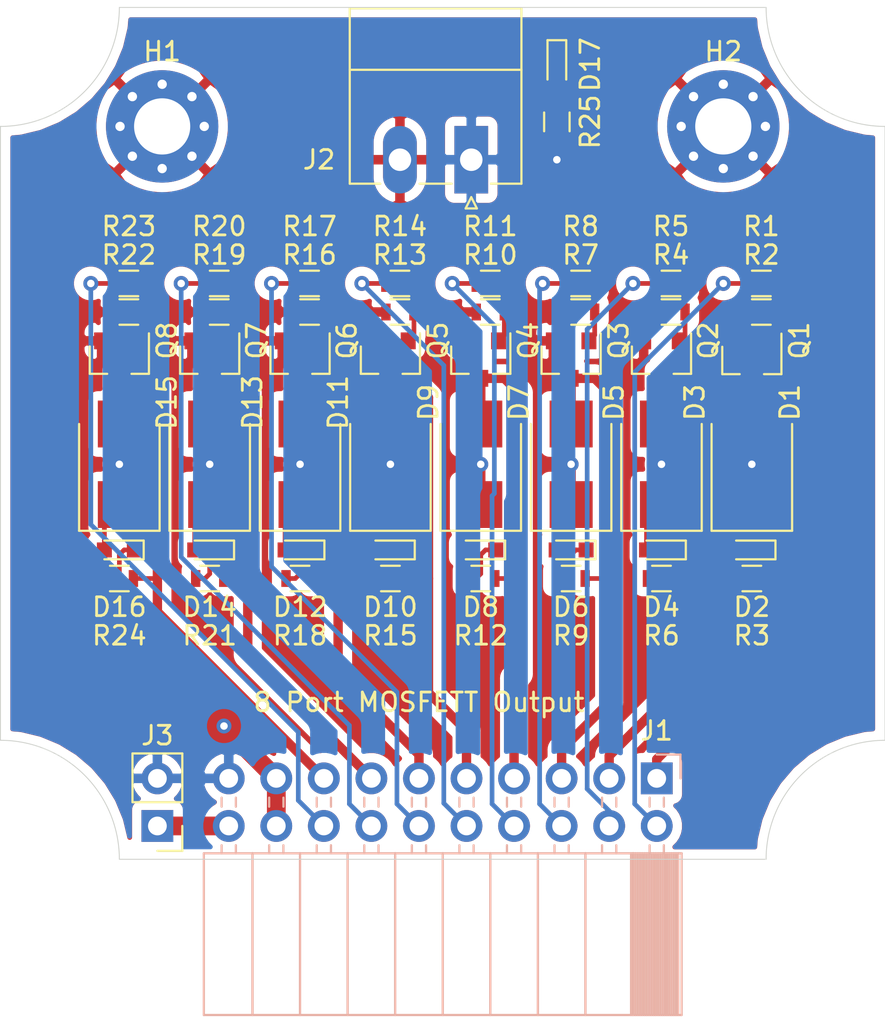
<source format=kicad_pcb>
(kicad_pcb (version 20171130) (host pcbnew "(5.1.6)-1")
  (layers (0 F.Cu signal) (31 B.Cu signal) (34 B.Paste user) (35 F.Paste user) (36 B.SilkS user) (37 F.SilkS user) (38 B.Mask user) (39 F.Mask user) (44 Edge.Cuts user))
  (net 0 "")
  (net 1 VCC)
  (net 2 /Output1)
  (net 3 "Net-(D2-Pad1)")
  (net 4 /Output2)
  (net 5 "Net-(D4-Pad1)")
  (net 6 /Output3)
  (net 7 "Net-(D6-Pad1)")
  (net 8 /Output4)
  (net 9 "Net-(D8-Pad1)")
  (net 10 /Output5)
  (net 11 "Net-(D10-Pad1)")
  (net 12 /Output6)
  (net 13 "Net-(D12-Pad1)")
  (net 14 /Output7)
  (net 15 "Net-(D14-Pad1)")
  (net 16 /Output8)
  (net 17 "Net-(D16-Pad1)")
  (net 18 "Net-(D17-Pad2)")
  (net 19 GND)
  (net 20 /Input8)
  (net 21 /Input7)
  (net 22 /Input6)
  (net 23 /Input5)
  (net 24 /Input4)
  (net 25 /Input3)
  (net 26 /Input2)
  (net 27 /Input1)
  (net 28 VBUS)
  (net 29 "Net-(Q1-Pad1)")
  (net 30 "Net-(Q2-Pad1)")
  (net 31 "Net-(Q3-Pad1)")
  (net 32 "Net-(Q4-Pad1)")
  (net 33 "Net-(Q5-Pad1)")
  (net 34 "Net-(Q6-Pad1)")
  (net 35 "Net-(Q7-Pad1)")
  (net 36 "Net-(Q8-Pad1)")
  (module Socket_Strips:Socket_Strip_Angled_2x10_Pitch2.54mm (layer B.Cu) (at 146.304 131.064 90)
    (fp_text reference J1 (at 2.54 0) (layer F.SilkS))
    (fp_text value Conn_02x10_Counter_Clockwise)
    (pad 1 thru_hole rect (at 0 0 90) (size 1.7 1.7) (drill 1) (layers *.Cu *.Mask) (net 2 /Output1))
    (pad 2 thru_hole oval (at -2.54 0 90) (size 1.7 1.7) (drill 1) (layers *.Cu *.Mask) (net 27 /Input1))
    (pad 3 thru_hole oval (at 0 -2.54 90) (size 1.7 1.7) (drill 1) (layers *.Cu *.Mask) (net 4 /Output2))
    (pad 4 thru_hole oval (at -2.54 -2.54 90) (size 1.7 1.7) (drill 1) (layers *.Cu *.Mask) (net 26 /Input2))
    (pad 5 thru_hole oval (at 0 -5.08 90) (size 1.7 1.7) (drill 1) (layers *.Cu *.Mask) (net 6 /Output3))
    (pad 6 thru_hole oval (at -2.54 -5.08 90) (size 1.7 1.7) (drill 1) (layers *.Cu *.Mask) (net 25 /Input3))
    (pad 7 thru_hole oval (at 0 -7.62 90) (size 1.7 1.7) (drill 1) (layers *.Cu *.Mask) (net 8 /Output4))
    (pad 8 thru_hole oval (at -2.54 -7.62 90) (size 1.7 1.7) (drill 1) (layers *.Cu *.Mask) (net 24 /Input4))
    (pad 9 thru_hole oval (at 0 -10.16 90) (size 1.7 1.7) (drill 1) (layers *.Cu *.Mask) (net 10 /Output5))
    (pad 10 thru_hole oval (at -2.54 -10.16 90) (size 1.7 1.7) (drill 1) (layers *.Cu *.Mask) (net 23 /Input5))
    (pad 11 thru_hole oval (at 0 -12.7 90) (size 1.7 1.7) (drill 1) (layers *.Cu *.Mask) (net 12 /Output6))
    (pad 12 thru_hole oval (at -2.54 -12.7 90) (size 1.7 1.7) (drill 1) (layers *.Cu *.Mask) (net 22 /Input6))
    (pad 13 thru_hole oval (at 0 -15.24 90) (size 1.7 1.7) (drill 1) (layers *.Cu *.Mask) (net 14 /Output7))
    (pad 14 thru_hole oval (at -2.54 -15.24 90) (size 1.7 1.7) (drill 1) (layers *.Cu *.Mask) (net 21 /Input7))
    (pad 15 thru_hole oval (at 0 -17.78 90) (size 1.7 1.7) (drill 1) (layers *.Cu *.Mask) (net 16 /Output8))
    (pad 16 thru_hole oval (at -2.54 -17.78 90) (size 1.7 1.7) (drill 1) (layers *.Cu *.Mask) (net 20 /Input8))
    (pad 17 thru_hole oval (at 0 -20.32 90) (size 1.7 1.7) (drill 1) (layers *.Cu *.Mask) (net 19 GND))
    (pad 18 thru_hole oval (at -2.54 -20.32 90) (size 1.7 1.7) (drill 1) (layers *.Cu *.Mask) (net 19 GND))
    (pad 19 thru_hole oval (at 0 -22.86 90) (size 1.7 1.7) (drill 1) (layers *.Cu *.Mask) (net 1 VCC))
    (pad 20 thru_hole oval (at -2.54 -22.86 90) (size 1.7 1.7) (drill 1) (layers *.Cu *.Mask) (net 28 VBUS))
  )
  (module Mounting_Holes:MountingHole_3mm_Pad_Via (layer F.Cu) (at 149.86 96.266)
    (fp_text reference H2 (at 0 -4) (layer F.SilkS))
    (fp_text value MountingHole_Pad)
    (pad 1 thru_hole circle (at 0 0) (size 6 6) (drill 3) (layers *.Cu *.Mask) (net 19 GND))
    (pad 1 thru_hole circle (at 2.25 0) (size 0.8 0.8) (drill 0.5) (layers *.Cu *.Mask) (net 19 GND))
    (pad 1 thru_hole circle (at 1.59099 1.59099) (size 0.8 0.8) (drill 0.5) (layers *.Cu *.Mask) (net 19 GND))
    (pad 1 thru_hole circle (at 0 2.25) (size 0.8 0.8) (drill 0.5) (layers *.Cu *.Mask) (net 19 GND))
    (pad 1 thru_hole circle (at -1.59099 1.59099) (size 0.8 0.8) (drill 0.5) (layers *.Cu *.Mask) (net 19 GND))
    (pad 1 thru_hole circle (at -2.25 0) (size 0.8 0.8) (drill 0.5) (layers *.Cu *.Mask) (net 19 GND))
    (pad 1 thru_hole circle (at -1.59099 -1.59099) (size 0.8 0.8) (drill 0.5) (layers *.Cu *.Mask) (net 19 GND))
    (pad 1 thru_hole circle (at 0 -2.25) (size 0.8 0.8) (drill 0.5) (layers *.Cu *.Mask) (net 19 GND))
    (pad 1 thru_hole circle (at 1.59099 -1.59099) (size 0.8 0.8) (drill 0.5) (layers *.Cu *.Mask) (net 19 GND))
  )
  (module Mounting_Holes:MountingHole_3mm_Pad_Via (layer F.Cu) (at 119.888 96.266)
    (fp_text reference H1 (at 0 -4) (layer F.SilkS))
    (fp_text value MountingHole_Pad)
    (pad 1 thru_hole circle (at 0 0) (size 6 6) (drill 3) (layers *.Cu *.Mask) (net 19 GND))
    (pad 1 thru_hole circle (at 2.25 0) (size 0.8 0.8) (drill 0.5) (layers *.Cu *.Mask) (net 19 GND))
    (pad 1 thru_hole circle (at 1.59099 1.59099) (size 0.8 0.8) (drill 0.5) (layers *.Cu *.Mask) (net 19 GND))
    (pad 1 thru_hole circle (at 0 2.25) (size 0.8 0.8) (drill 0.5) (layers *.Cu *.Mask) (net 19 GND))
    (pad 1 thru_hole circle (at -1.59099 1.59099) (size 0.8 0.8) (drill 0.5) (layers *.Cu *.Mask) (net 19 GND))
    (pad 1 thru_hole circle (at -2.25 0) (size 0.8 0.8) (drill 0.5) (layers *.Cu *.Mask) (net 19 GND))
    (pad 1 thru_hole circle (at -1.59099 -1.59099) (size 0.8 0.8) (drill 0.5) (layers *.Cu *.Mask) (net 19 GND))
    (pad 1 thru_hole circle (at 0 -2.25) (size 0.8 0.8) (drill 0.5) (layers *.Cu *.Mask) (net 19 GND))
    (pad 1 thru_hole circle (at 1.59099 -1.59099) (size 0.8 0.8) (drill 0.5) (layers *.Cu *.Mask) (net 19 GND))
  )
  (module TO_SOT_Packages_SMD:SOT-23 (layer F.Cu) (at 122.428 108.712 270)
    (fp_text reference Q7 (at -1.016 -2.5 90) (layer F.SilkS))
    (fp_text value 2N7002)
    (pad 1 smd rect (at -1 -0.95 270) (size 0.9 0.8) (layers F.Cu F.Paste F.Mask) (net 35 "Net-(Q7-Pad1)"))
    (pad 2 smd rect (at -1 0.95 270) (size 0.9 0.8) (layers F.Cu F.Paste F.Mask) (net 19 GND))
    (pad 3 smd rect (at 1 0 270) (size 0.9 0.8) (layers F.Cu F.Paste F.Mask) (net 14 /Output7))
  )
  (module Diodes_SMD:D_SMB (layer F.Cu) (at 117.602 114.3 90)
    (fp_text reference D15 (at 3.302 2.54 90) (layer F.SilkS))
    (fp_text value 1N4004)
    (pad 1 smd rect (at -2.15 0 90) (size 2.5 2.3) (layers F.Cu F.Paste F.Mask) (net 1 VCC))
    (pad 2 smd rect (at 2.15 0 90) (size 2.5 2.3) (layers F.Cu F.Paste F.Mask) (net 16 /Output8))
  )
  (module Diodes_SMD:D_SMB (layer F.Cu) (at 122.428 114.3 90)
    (fp_text reference D13 (at 3.302 2.286 90) (layer F.SilkS))
    (fp_text value 1N4004)
    (pad 1 smd rect (at -2.15 0 90) (size 2.5 2.3) (layers F.Cu F.Paste F.Mask) (net 1 VCC))
    (pad 2 smd rect (at 2.15 0 90) (size 2.5 2.3) (layers F.Cu F.Paste F.Mask) (net 14 /Output7))
  )
  (module Diodes_SMD:D_SMB (layer F.Cu) (at 127.254 114.3 90)
    (fp_text reference D11 (at 3.302 2.032 90) (layer F.SilkS))
    (fp_text value 1N4004)
    (pad 1 smd rect (at -2.15 0 90) (size 2.5 2.3) (layers F.Cu F.Paste F.Mask) (net 1 VCC))
    (pad 2 smd rect (at 2.15 0 90) (size 2.5 2.3) (layers F.Cu F.Paste F.Mask) (net 12 /Output6))
  )
  (module Diodes_SMD:D_SMB (layer F.Cu) (at 132.08 114.3 90)
    (fp_text reference D9 (at 3.302 2.032 90) (layer F.SilkS))
    (fp_text value 1N4004)
    (pad 1 smd rect (at -2.15 0 90) (size 2.5 2.3) (layers F.Cu F.Paste F.Mask) (net 1 VCC))
    (pad 2 smd rect (at 2.15 0 90) (size 2.5 2.3) (layers F.Cu F.Paste F.Mask) (net 10 /Output5))
  )
  (module Diodes_SMD:D_SMB (layer F.Cu) (at 136.906 114.3 90)
    (fp_text reference D7 (at 3.302 2.032 90) (layer F.SilkS))
    (fp_text value 1N4004)
    (pad 1 smd rect (at -2.15 0 90) (size 2.5 2.3) (layers F.Cu F.Paste F.Mask) (net 1 VCC))
    (pad 2 smd rect (at 2.15 0 90) (size 2.5 2.3) (layers F.Cu F.Paste F.Mask) (net 8 /Output4))
  )
  (module Diodes_SMD:D_SMB (layer F.Cu) (at 141.732 114.3 90)
    (fp_text reference D5 (at 3.302 2.286 90) (layer F.SilkS))
    (fp_text value 1N4004)
    (pad 1 smd rect (at -2.15 0 90) (size 2.5 2.3) (layers F.Cu F.Paste F.Mask) (net 1 VCC))
    (pad 2 smd rect (at 2.15 0 90) (size 2.5 2.3) (layers F.Cu F.Paste F.Mask) (net 6 /Output3))
  )
  (module Diodes_SMD:D_SMB (layer F.Cu) (at 146.558 114.3 90)
    (fp_text reference D3 (at 3.302 1.778 90) (layer F.SilkS))
    (fp_text value 1N4004)
    (pad 1 smd rect (at -2.15 0 90) (size 2.5 2.3) (layers F.Cu F.Paste F.Mask) (net 1 VCC))
    (pad 2 smd rect (at 2.15 0 90) (size 2.5 2.3) (layers F.Cu F.Paste F.Mask) (net 4 /Output2))
  )
  (module Diodes_SMD:D_SMB (layer F.Cu) (at 151.384 114.3 90)
    (fp_text reference D1 (at 3.302 2.032 90) (layer F.SilkS))
    (fp_text value 1N4004)
    (pad 1 smd rect (at -2.15 0 90) (size 2.5 2.3) (layers F.Cu F.Paste F.Mask) (net 1 VCC))
    (pad 2 smd rect (at 2.15 0 90) (size 2.5 2.3) (layers F.Cu F.Paste F.Mask) (net 2 /Output1))
  )
  (module Resistors_SMD:R_0603 (layer F.Cu) (at 140.97 96.024 270)
    (fp_text reference R25 (at 0 -1.778 90) (layer F.SilkS))
    (fp_text value 2K2)
    (pad 1 smd rect (at -0.75 0 270) (size 0.5 0.9) (layers F.Cu F.Paste F.Mask) (net 18 "Net-(D17-Pad2)"))
    (pad 2 smd rect (at 0.75 0 270) (size 0.5 0.9) (layers F.Cu F.Paste F.Mask) (net 1 VCC))
  )
  (module Resistors_SMD:R_0603 (layer F.Cu) (at 117.602 120.396 180)
    (fp_text reference R24 (at 0 -3.048) (layer F.SilkS))
    (fp_text value 1K)
    (pad 1 smd rect (at -0.75 0 180) (size 0.5 0.9) (layers F.Cu F.Paste F.Mask) (net 16 /Output8))
    (pad 2 smd rect (at 0.75 0 180) (size 0.5 0.9) (layers F.Cu F.Paste F.Mask) (net 17 "Net-(D16-Pad1)"))
  )
  (module Resistors_SMD:R_0603 (layer F.Cu) (at 118.11 106.172)
    (fp_text reference R23 (at 0 -4.572) (layer F.SilkS))
    (fp_text value 10K)
    (pad 1 smd rect (at -0.75 0) (size 0.5 0.9) (layers F.Cu F.Paste F.Mask) (net 19 GND))
    (pad 2 smd rect (at 0.75 0) (size 0.5 0.9) (layers F.Cu F.Paste F.Mask) (net 36 "Net-(Q8-Pad1)"))
  )
  (module Resistors_SMD:R_0603 (layer F.Cu) (at 118.11 104.648 180)
    (fp_text reference R22 (at 0 1.524) (layer F.SilkS))
    (fp_text value 1K)
    (pad 1 smd rect (at -0.75 0 180) (size 0.5 0.9) (layers F.Cu F.Paste F.Mask) (net 36 "Net-(Q8-Pad1)"))
    (pad 2 smd rect (at 0.75 0 180) (size 0.5 0.9) (layers F.Cu F.Paste F.Mask) (net 20 /Input8))
  )
  (module Resistors_SMD:R_0603 (layer F.Cu) (at 122.428 120.396 180)
    (fp_text reference R21 (at 0 -3.048) (layer F.SilkS))
    (fp_text value 1K)
    (pad 1 smd rect (at -0.75 0 180) (size 0.5 0.9) (layers F.Cu F.Paste F.Mask) (net 14 /Output7))
    (pad 2 smd rect (at 0.75 0 180) (size 0.5 0.9) (layers F.Cu F.Paste F.Mask) (net 15 "Net-(D14-Pad1)"))
  )
  (module Resistors_SMD:R_0603 (layer F.Cu) (at 122.936 106.172)
    (fp_text reference R20 (at 0 -4.572) (layer F.SilkS))
    (fp_text value 10K)
    (pad 1 smd rect (at -0.75 0) (size 0.5 0.9) (layers F.Cu F.Paste F.Mask) (net 19 GND))
    (pad 2 smd rect (at 0.75 0) (size 0.5 0.9) (layers F.Cu F.Paste F.Mask) (net 35 "Net-(Q7-Pad1)"))
  )
  (module Resistors_SMD:R_0603 (layer F.Cu) (at 122.936 104.648 180)
    (fp_text reference R19 (at 0 1.524) (layer F.SilkS))
    (fp_text value 1K)
    (pad 1 smd rect (at -0.75 0 180) (size 0.5 0.9) (layers F.Cu F.Paste F.Mask) (net 35 "Net-(Q7-Pad1)"))
    (pad 2 smd rect (at 0.75 0 180) (size 0.5 0.9) (layers F.Cu F.Paste F.Mask) (net 21 /Input7))
  )
  (module Resistors_SMD:R_0603 (layer F.Cu) (at 127.254 120.396 180)
    (fp_text reference R18 (at 0 -3.048) (layer F.SilkS))
    (fp_text value 1K)
    (pad 1 smd rect (at -0.75 0 180) (size 0.5 0.9) (layers F.Cu F.Paste F.Mask) (net 12 /Output6))
    (pad 2 smd rect (at 0.75 0 180) (size 0.5 0.9) (layers F.Cu F.Paste F.Mask) (net 13 "Net-(D12-Pad1)"))
  )
  (module Resistors_SMD:R_0603 (layer F.Cu) (at 127.762 106.172)
    (fp_text reference R17 (at 0 -4.572) (layer F.SilkS))
    (fp_text value 10K)
    (pad 1 smd rect (at -0.75 0) (size 0.5 0.9) (layers F.Cu F.Paste F.Mask) (net 19 GND))
    (pad 2 smd rect (at 0.75 0) (size 0.5 0.9) (layers F.Cu F.Paste F.Mask) (net 34 "Net-(Q6-Pad1)"))
  )
  (module Resistors_SMD:R_0603 (layer F.Cu) (at 127.762 104.648 180)
    (fp_text reference R16 (at 0 1.524) (layer F.SilkS))
    (fp_text value 1K)
    (pad 1 smd rect (at -0.75 0 180) (size 0.5 0.9) (layers F.Cu F.Paste F.Mask) (net 34 "Net-(Q6-Pad1)"))
    (pad 2 smd rect (at 0.75 0 180) (size 0.5 0.9) (layers F.Cu F.Paste F.Mask) (net 22 /Input6))
  )
  (module Resistors_SMD:R_0603 (layer F.Cu) (at 132.08 120.396 180)
    (fp_text reference R15 (at 0 -3.048) (layer F.SilkS))
    (fp_text value 1K)
    (pad 1 smd rect (at -0.75 0 180) (size 0.5 0.9) (layers F.Cu F.Paste F.Mask) (net 10 /Output5))
    (pad 2 smd rect (at 0.75 0 180) (size 0.5 0.9) (layers F.Cu F.Paste F.Mask) (net 11 "Net-(D10-Pad1)"))
  )
  (module Resistors_SMD:R_0603 (layer F.Cu) (at 132.588 106.172)
    (fp_text reference R14 (at 0 -4.572) (layer F.SilkS))
    (fp_text value 10K)
    (pad 1 smd rect (at -0.75 0) (size 0.5 0.9) (layers F.Cu F.Paste F.Mask) (net 19 GND))
    (pad 2 smd rect (at 0.75 0) (size 0.5 0.9) (layers F.Cu F.Paste F.Mask) (net 33 "Net-(Q5-Pad1)"))
  )
  (module Resistors_SMD:R_0603 (layer F.Cu) (at 132.588 104.648 180)
    (fp_text reference R13 (at 0 1.524) (layer F.SilkS))
    (fp_text value 1K)
    (pad 1 smd rect (at -0.75 0 180) (size 0.5 0.9) (layers F.Cu F.Paste F.Mask) (net 33 "Net-(Q5-Pad1)"))
    (pad 2 smd rect (at 0.75 0 180) (size 0.5 0.9) (layers F.Cu F.Paste F.Mask) (net 23 /Input5))
  )
  (module Resistors_SMD:R_0603 (layer F.Cu) (at 136.906 120.396 180)
    (fp_text reference R12 (at 0 -3.048 180) (layer F.SilkS))
    (fp_text value 1K)
    (pad 1 smd rect (at -0.75 0 180) (size 0.5 0.9) (layers F.Cu F.Paste F.Mask) (net 8 /Output4))
    (pad 2 smd rect (at 0.75 0 180) (size 0.5 0.9) (layers F.Cu F.Paste F.Mask) (net 9 "Net-(D8-Pad1)"))
  )
  (module Resistors_SMD:R_0603 (layer F.Cu) (at 137.414 106.172)
    (fp_text reference R11 (at 0 -4.572) (layer F.SilkS))
    (fp_text value 10K)
    (pad 1 smd rect (at -0.75 0) (size 0.5 0.9) (layers F.Cu F.Paste F.Mask) (net 19 GND))
    (pad 2 smd rect (at 0.75 0) (size 0.5 0.9) (layers F.Cu F.Paste F.Mask) (net 32 "Net-(Q4-Pad1)"))
  )
  (module Resistors_SMD:R_0603 (layer F.Cu) (at 137.414 104.648 180)
    (fp_text reference R10 (at 0 1.524) (layer F.SilkS))
    (fp_text value 1K)
    (pad 1 smd rect (at -0.75 0 180) (size 0.5 0.9) (layers F.Cu F.Paste F.Mask) (net 32 "Net-(Q4-Pad1)"))
    (pad 2 smd rect (at 0.75 0 180) (size 0.5 0.9) (layers F.Cu F.Paste F.Mask) (net 24 /Input4))
  )
  (module Resistors_SMD:R_0603 (layer F.Cu) (at 141.732 120.396 180)
    (fp_text reference R9 (at 0 -3.048) (layer F.SilkS))
    (fp_text value 1K)
    (pad 1 smd rect (at -0.75 0 180) (size 0.5 0.9) (layers F.Cu F.Paste F.Mask) (net 6 /Output3))
    (pad 2 smd rect (at 0.75 0 180) (size 0.5 0.9) (layers F.Cu F.Paste F.Mask) (net 7 "Net-(D6-Pad1)"))
  )
  (module Resistors_SMD:R_0603 (layer F.Cu) (at 142.24 106.172)
    (fp_text reference R8 (at 0 -4.572) (layer F.SilkS))
    (fp_text value 10K)
    (pad 1 smd rect (at -0.75 0) (size 0.5 0.9) (layers F.Cu F.Paste F.Mask) (net 19 GND))
    (pad 2 smd rect (at 0.75 0) (size 0.5 0.9) (layers F.Cu F.Paste F.Mask) (net 31 "Net-(Q3-Pad1)"))
  )
  (module Resistors_SMD:R_0603 (layer F.Cu) (at 142.24 104.648 180)
    (fp_text reference R7 (at 0 1.524) (layer F.SilkS))
    (fp_text value 1K)
    (pad 1 smd rect (at -0.75 0 180) (size 0.5 0.9) (layers F.Cu F.Paste F.Mask) (net 31 "Net-(Q3-Pad1)"))
    (pad 2 smd rect (at 0.75 0 180) (size 0.5 0.9) (layers F.Cu F.Paste F.Mask) (net 25 /Input3))
  )
  (module Resistors_SMD:R_0603 (layer F.Cu) (at 146.558 120.396 180)
    (fp_text reference R6 (at 0 -3.048) (layer F.SilkS))
    (fp_text value 1K)
    (pad 1 smd rect (at -0.75 0 180) (size 0.5 0.9) (layers F.Cu F.Paste F.Mask) (net 4 /Output2))
    (pad 2 smd rect (at 0.75 0 180) (size 0.5 0.9) (layers F.Cu F.Paste F.Mask) (net 5 "Net-(D4-Pad1)"))
  )
  (module Resistors_SMD:R_0603 (layer F.Cu) (at 147.066 106.172)
    (fp_text reference R5 (at 0 -4.572) (layer F.SilkS))
    (fp_text value 10K)
    (pad 1 smd rect (at -0.75 0) (size 0.5 0.9) (layers F.Cu F.Paste F.Mask) (net 19 GND))
    (pad 2 smd rect (at 0.75 0) (size 0.5 0.9) (layers F.Cu F.Paste F.Mask) (net 30 "Net-(Q2-Pad1)"))
  )
  (module Resistors_SMD:R_0603 (layer F.Cu) (at 147.066 104.648 180)
    (fp_text reference R4 (at 0 1.524) (layer F.SilkS))
    (fp_text value 1K)
    (pad 1 smd rect (at -0.75 0 180) (size 0.5 0.9) (layers F.Cu F.Paste F.Mask) (net 30 "Net-(Q2-Pad1)"))
    (pad 2 smd rect (at 0.75 0 180) (size 0.5 0.9) (layers F.Cu F.Paste F.Mask) (net 26 /Input2))
  )
  (module Resistors_SMD:R_0603 (layer F.Cu) (at 151.384 120.396 180)
    (fp_text reference R3 (at 0 -3.048) (layer F.SilkS))
    (fp_text value 1K)
    (pad 1 smd rect (at -0.75 0 180) (size 0.5 0.9) (layers F.Cu F.Paste F.Mask) (net 2 /Output1))
    (pad 2 smd rect (at 0.75 0 180) (size 0.5 0.9) (layers F.Cu F.Paste F.Mask) (net 3 "Net-(D2-Pad1)"))
  )
  (module Resistors_SMD:R_0603 (layer F.Cu) (at 151.892 106.172)
    (fp_text reference R2 (at 0 -3.048) (layer F.SilkS))
    (fp_text value 10K)
    (pad 1 smd rect (at -0.75 0) (size 0.5 0.9) (layers F.Cu F.Paste F.Mask) (net 19 GND))
    (pad 2 smd rect (at 0.75 0) (size 0.5 0.9) (layers F.Cu F.Paste F.Mask) (net 29 "Net-(Q1-Pad1)"))
  )
  (module Resistors_SMD:R_0603 (layer F.Cu) (at 151.892 104.648 180)
    (fp_text reference R1 (at 0 3.048) (layer F.SilkS))
    (fp_text value 1K)
    (pad 1 smd rect (at -0.75 0 180) (size 0.5 0.9) (layers F.Cu F.Paste F.Mask) (net 29 "Net-(Q1-Pad1)"))
    (pad 2 smd rect (at 0.75 0 180) (size 0.5 0.9) (layers F.Cu F.Paste F.Mask) (net 27 /Input1))
  )
  (module TO_SOT_Packages_SMD:SOT-23 (layer F.Cu) (at 117.602 108.712 270)
    (fp_text reference Q8 (at -1.016 -2.54 90) (layer F.SilkS))
    (fp_text value 2N7002)
    (pad 1 smd rect (at -1 -0.95 270) (size 0.9 0.8) (layers F.Cu F.Paste F.Mask) (net 36 "Net-(Q8-Pad1)"))
    (pad 2 smd rect (at -1 0.95 270) (size 0.9 0.8) (layers F.Cu F.Paste F.Mask) (net 19 GND))
    (pad 3 smd rect (at 1 0 270) (size 0.9 0.8) (layers F.Cu F.Paste F.Mask) (net 16 /Output8))
  )
  (module TO_SOT_Packages_SMD:SOT-23 (layer F.Cu) (at 127.254 108.712 270)
    (fp_text reference Q6 (at -1.016 -2.5 90) (layer F.SilkS))
    (fp_text value 2N7002)
    (pad 1 smd rect (at -1 -0.95 270) (size 0.9 0.8) (layers F.Cu F.Paste F.Mask) (net 34 "Net-(Q6-Pad1)"))
    (pad 2 smd rect (at -1 0.95 270) (size 0.9 0.8) (layers F.Cu F.Paste F.Mask) (net 19 GND))
    (pad 3 smd rect (at 1 0 270) (size 0.9 0.8) (layers F.Cu F.Paste F.Mask) (net 12 /Output6))
  )
  (module TO_SOT_Packages_SMD:SOT-23 (layer F.Cu) (at 132.08 108.712 270)
    (fp_text reference Q5 (at -1.016 -2.54 90) (layer F.SilkS))
    (fp_text value 2N7002)
    (pad 1 smd rect (at -1 -0.95 270) (size 0.9 0.8) (layers F.Cu F.Paste F.Mask) (net 33 "Net-(Q5-Pad1)"))
    (pad 2 smd rect (at -1 0.95 270) (size 0.9 0.8) (layers F.Cu F.Paste F.Mask) (net 19 GND))
    (pad 3 smd rect (at 1 0 270) (size 0.9 0.8) (layers F.Cu F.Paste F.Mask) (net 10 /Output5))
  )
  (module TO_SOT_Packages_SMD:SOT-23 (layer F.Cu) (at 136.906 108.712 270)
    (fp_text reference Q4 (at -1.016 -2.54 90) (layer F.SilkS))
    (fp_text value 2N7002)
    (pad 1 smd rect (at -1 -0.95 270) (size 0.9 0.8) (layers F.Cu F.Paste F.Mask) (net 32 "Net-(Q4-Pad1)"))
    (pad 2 smd rect (at -1 0.95 270) (size 0.9 0.8) (layers F.Cu F.Paste F.Mask) (net 19 GND))
    (pad 3 smd rect (at 1 0 270) (size 0.9 0.8) (layers F.Cu F.Paste F.Mask) (net 8 /Output4))
  )
  (module TO_SOT_Packages_SMD:SOT-23 (layer F.Cu) (at 141.732 108.712 270)
    (fp_text reference Q3 (at -1.016 -2.54 90) (layer F.SilkS))
    (fp_text value 2N7002)
    (pad 1 smd rect (at -1 -0.95 270) (size 0.9 0.8) (layers F.Cu F.Paste F.Mask) (net 31 "Net-(Q3-Pad1)"))
    (pad 2 smd rect (at -1 0.95 270) (size 0.9 0.8) (layers F.Cu F.Paste F.Mask) (net 19 GND))
    (pad 3 smd rect (at 1 0 270) (size 0.9 0.8) (layers F.Cu F.Paste F.Mask) (net 6 /Output3))
  )
  (module TO_SOT_Packages_SMD:SOT-23 (layer F.Cu) (at 146.558 108.712 270)
    (fp_text reference Q2 (at -1.016 -2.5 90) (layer F.SilkS))
    (fp_text value 2N7002)
    (pad 1 smd rect (at -1 -0.95 270) (size 0.9 0.8) (layers F.Cu F.Paste F.Mask) (net 30 "Net-(Q2-Pad1)"))
    (pad 2 smd rect (at -1 0.95 270) (size 0.9 0.8) (layers F.Cu F.Paste F.Mask) (net 19 GND))
    (pad 3 smd rect (at 1 0 270) (size 0.9 0.8) (layers F.Cu F.Paste F.Mask) (net 4 /Output2))
  )
  (module TO_SOT_Packages_SMD:SOT-23 (layer F.Cu) (at 151.384 108.728 270)
    (fp_text reference Q1 (at -1.032 -2.54 90) (layer F.SilkS))
    (fp_text value 2N7002)
    (pad 1 smd rect (at -1 -0.95 270) (size 0.9 0.8) (layers F.Cu F.Paste F.Mask) (net 29 "Net-(Q1-Pad1)"))
    (pad 2 smd rect (at -1 0.95 270) (size 0.9 0.8) (layers F.Cu F.Paste F.Mask) (net 19 GND))
    (pad 3 smd rect (at 1 0 270) (size 0.9 0.8) (layers F.Cu F.Paste F.Mask) (net 2 /Output1))
  )
  (module Pin_Headers:Pin_Header_Straight_1x02_Pitch2.54mm (layer F.Cu) (at 119.634 133.604 180)
    (fp_text reference J3 (at 0 4.826) (layer F.SilkS))
    (fp_text value "VBUS Tie")
    (pad 1 thru_hole rect (at 0 0 180) (size 1.7 1.7) (drill 1) (layers *.Cu *.Mask) (net 28 VBUS))
    (pad 2 thru_hole oval (at 0 2.54 180) (size 1.7 1.7) (drill 1) (layers *.Cu *.Mask) (net 1 VCC))
  )
  (module Connectors_Phoenix:PhoenixContact_MC-G_02x3.81mm_Angled (layer F.Cu) (at 136.398 98.044 180)
    (fp_text reference J2 (at 8.128 0) (layer F.SilkS))
    (fp_text value 5-24Vdc)
    (pad 1 thru_hole rect (at 0 0 180) (size 1.8 3.6) (drill 1.2) (layers *.Cu *.Mask) (net 1 VCC))
    (pad 2 thru_hole oval (at 3.81 0 180) (size 1.8 3.6) (drill 1.2) (layers *.Cu *.Mask) (net 19 GND))
  )
  (module LEDs:LED_0603 (layer F.Cu) (at 140.97 92.964 270)
    (fp_text reference D17 (at 0 -1.778 90) (layer F.SilkS))
    (fp_text value LED)
    (pad 2 smd rect (at 0.8 0 90) (size 0.8 0.8) (layers F.Cu F.Paste F.Mask) (net 18 "Net-(D17-Pad2)"))
    (pad 1 smd rect (at -0.8 0 90) (size 0.8 0.8) (layers F.Cu F.Paste F.Mask) (net 19 GND))
  )
  (module LEDs:LED_0603 (layer F.Cu) (at 117.602 118.872 180)
    (fp_text reference D16 (at 0 -3.048) (layer F.SilkS))
    (fp_text value LED)
    (pad 2 smd rect (at 0.8 0) (size 0.8 0.8) (layers F.Cu F.Paste F.Mask) (net 1 VCC))
    (pad 1 smd rect (at -0.8 0) (size 0.8 0.8) (layers F.Cu F.Paste F.Mask) (net 17 "Net-(D16-Pad1)"))
  )
  (module LEDs:LED_0603 (layer F.Cu) (at 122.428 118.872 180)
    (fp_text reference D14 (at 0 -3.048) (layer F.SilkS))
    (fp_text value LED)
    (pad 2 smd rect (at 0.8 0) (size 0.8 0.8) (layers F.Cu F.Paste F.Mask) (net 1 VCC))
    (pad 1 smd rect (at -0.8 0) (size 0.8 0.8) (layers F.Cu F.Paste F.Mask) (net 15 "Net-(D14-Pad1)"))
  )
  (module LEDs:LED_0603 (layer F.Cu) (at 127.254 118.872 180)
    (fp_text reference D12 (at 0 -3.048) (layer F.SilkS))
    (fp_text value LED)
    (pad 2 smd rect (at 0.8 0) (size 0.8 0.8) (layers F.Cu F.Paste F.Mask) (net 1 VCC))
    (pad 1 smd rect (at -0.8 0) (size 0.8 0.8) (layers F.Cu F.Paste F.Mask) (net 13 "Net-(D12-Pad1)"))
  )
  (module LEDs:LED_0603 (layer F.Cu) (at 132.08 118.872 180)
    (fp_text reference D10 (at 0 -3.048) (layer F.SilkS))
    (fp_text value LED)
    (pad 2 smd rect (at 0.8 0) (size 0.8 0.8) (layers F.Cu F.Paste F.Mask) (net 1 VCC))
    (pad 1 smd rect (at -0.8 0) (size 0.8 0.8) (layers F.Cu F.Paste F.Mask) (net 11 "Net-(D10-Pad1)"))
  )
  (module LEDs:LED_0603 (layer F.Cu) (at 136.906 118.872 180)
    (fp_text reference D8 (at 0 -3.048) (layer F.SilkS))
    (fp_text value LED)
    (pad 2 smd rect (at 0.8 0) (size 0.8 0.8) (layers F.Cu F.Paste F.Mask) (net 1 VCC))
    (pad 1 smd rect (at -0.8 0) (size 0.8 0.8) (layers F.Cu F.Paste F.Mask) (net 9 "Net-(D8-Pad1)"))
  )
  (module LEDs:LED_0603 (layer F.Cu) (at 141.732 118.872 180)
    (fp_text reference D6 (at 0 -3.048) (layer F.SilkS))
    (fp_text value LED)
    (pad 2 smd rect (at 0.8 0) (size 0.8 0.8) (layers F.Cu F.Paste F.Mask) (net 1 VCC))
    (pad 1 smd rect (at -0.8 0) (size 0.8 0.8) (layers F.Cu F.Paste F.Mask) (net 7 "Net-(D6-Pad1)"))
  )
  (module LEDs:LED_0603 (layer F.Cu) (at 146.558 118.872 180)
    (fp_text reference D4 (at 0 -3.048) (layer F.SilkS))
    (fp_text value LED)
    (pad 2 smd rect (at 0.8 0) (size 0.8 0.8) (layers F.Cu F.Paste F.Mask) (net 1 VCC))
    (pad 1 smd rect (at -0.8 0) (size 0.8 0.8) (layers F.Cu F.Paste F.Mask) (net 5 "Net-(D4-Pad1)"))
  )
  (module LEDs:LED_0603 (layer F.Cu) (at 151.346 118.872 180)
    (fp_text reference D2 (at -0.038 -3.048) (layer F.SilkS))
    (fp_text value LED)
    (pad 2 smd rect (at 0.8 0) (size 0.8 0.8) (layers F.Cu F.Paste F.Mask) (net 1 VCC))
    (pad 1 smd rect (at -0.8 0) (size 0.8 0.8) (layers F.Cu F.Paste F.Mask) (net 3 "Net-(D2-Pad1)"))
  )
  (gr_text "8 Port MOSFETT Output" (at 133.604 127) (layer F.SilkS) (effects (font (size 1 1))))
  (gr_arc (start 158.496 135.382) (end 158.496 129.032) (angle -90) (layer Edge.Cuts) (width 0.05))
  (gr_arc (start 111.252 135.382) (end 117.602 135.382) (angle -90) (layer Edge.Cuts) (width 0.05))
  (gr_arc (start 158.496 89.916) (end 152.146 89.916) (angle -90) (layer Edge.Cuts) (width 0.05))
  (gr_arc (start 111.252 89.916) (end 111.252 96.266) (angle -90) (layer Edge.Cuts) (width 0.05))
  (gr_line (start 111.252 96.266) (end 111.252 129.032) (layer Edge.Cuts) (width 0.05))
  (gr_line (start 152.146 89.916) (end 117.602 89.916) (layer Edge.Cuts) (width 0.05))
  (gr_line (start 158.496 129.032) (end 158.496 96.266) (layer Edge.Cuts) (width 0.05))
  (gr_line (start 117.602 135.382) (end 152.146 135.382) (layer Edge.Cuts) (width 0.05))
  (segment (start 150.546 117.288) (end 151.384 116.45) (width 0.25) (layer F.Cu) (net 1))
  (segment (start 150.546 118.872) (end 150.546 117.288) (width 0.25) (layer F.Cu) (net 1))
  (segment (start 145.758 117.25) (end 146.558 116.45) (width 0.25) (layer F.Cu) (net 1))
  (segment (start 145.758 118.872) (end 145.758 117.25) (width 0.25) (layer F.Cu) (net 1))
  (segment (start 140.932 117.25) (end 141.732 116.45) (width 0.25) (layer F.Cu) (net 1))
  (segment (start 140.932 118.872) (end 140.932 117.25) (width 0.25) (layer F.Cu) (net 1))
  (segment (start 136.106 117.25) (end 136.906 116.45) (width 0.25) (layer F.Cu) (net 1))
  (segment (start 136.106 118.872) (end 136.106 117.25) (width 0.25) (layer F.Cu) (net 1))
  (segment (start 131.28 117.25) (end 132.08 116.45) (width 0.25) (layer F.Cu) (net 1))
  (segment (start 131.28 118.872) (end 131.28 117.25) (width 0.25) (layer F.Cu) (net 1))
  (segment (start 126.454 117.25) (end 127.254 116.45) (width 0.25) (layer F.Cu) (net 1))
  (segment (start 126.454 118.872) (end 126.454 117.25) (width 0.25) (layer F.Cu) (net 1))
  (segment (start 121.628 117.25) (end 122.428 116.45) (width 0.25) (layer F.Cu) (net 1))
  (segment (start 121.628 118.872) (end 121.628 117.25) (width 0.25) (layer F.Cu) (net 1))
  (segment (start 116.802 117.25) (end 117.602 116.45) (width 0.25) (layer F.Cu) (net 1))
  (segment (start 116.802 118.872) (end 116.802 117.25) (width 0.25) (layer F.Cu) (net 1))
  (via (at 122.428 114.3) (size 0.8) (drill 0.4) (layers F.Cu B.Cu) (net 1))
  (via (at 151.384 114.3) (size 0.8) (drill 0.4) (layers F.Cu B.Cu) (net 1))
  (segment (start 151.384 116.45) (end 151.384 114.3) (width 0.5) (layer F.Cu) (net 1))
  (via (at 146.558 114.3) (size 0.8) (drill 0.4) (layers F.Cu B.Cu) (net 1))
  (via (at 141.732 114.3) (size 0.8) (drill 0.4) (layers F.Cu B.Cu) (net 1))
  (via (at 136.906 114.3) (size 0.8) (drill 0.4) (layers F.Cu B.Cu) (net 1))
  (via (at 132.08 114.3) (size 0.8) (drill 0.4) (layers F.Cu B.Cu) (net 1))
  (via (at 127.254 114.3) (size 0.8) (drill 0.4) (layers F.Cu B.Cu) (net 1))
  (via (at 117.602 114.3) (size 0.8) (drill 0.4) (layers F.Cu B.Cu) (net 1))
  (segment (start 146.558 116.45) (end 146.558 114.3) (width 0.5) (layer F.Cu) (net 1))
  (segment (start 141.732 116.45) (end 141.732 114.3) (width 0.5) (layer F.Cu) (net 1))
  (segment (start 136.906 116.45) (end 136.906 114.3) (width 0.5) (layer F.Cu) (net 1))
  (segment (start 132.08 116.45) (end 132.08 114.3) (width 0.5) (layer F.Cu) (net 1))
  (segment (start 127.254 116.45) (end 127.254 114.3) (width 0.5) (layer F.Cu) (net 1))
  (segment (start 122.428 116.45) (end 122.428 114.3) (width 0.5) (layer F.Cu) (net 1))
  (segment (start 117.602 116.45) (end 117.602 114.3) (width 0.5) (layer F.Cu) (net 1))
  (via (at 140.97 98.044) (size 0.8) (drill 0.4) (layers F.Cu B.Cu) (net 1))
  (segment (start 140.97 96.774) (end 140.97 98.044) (width 0.25) (layer F.Cu) (net 1))
  (segment (start 153.162 110.236) (end 153.162 120.396) (width 0.5) (layer F.Cu) (net 2))
  (segment (start 152.654 109.728) (end 153.162 110.236) (width 0.5) (layer F.Cu) (net 2))
  (segment (start 151.384 109.728) (end 151.384 112.15) (width 0.5) (layer F.Cu) (net 2))
  (segment (start 152.134 120.396) (end 153.162 120.396) (width 0.25) (layer F.Cu) (net 2))
  (segment (start 153.162 123.19) (end 153.162 120.396) (width 0.5) (layer F.Cu) (net 2))
  (segment (start 151.384 109.728) (end 152.654 109.728) (width 0.5) (layer F.Cu) (net 2))
  (segment (start 146.304 131.064) (end 146.304 130.048) (width 0.5) (layer F.Cu) (net 2))
  (segment (start 146.304 130.048) (end 153.162 123.19) (width 0.5) (layer F.Cu) (net 2))
  (segment (start 151.13 120.396) (end 151.384 120.142) (width 0.25) (layer F.Cu) (net 3))
  (segment (start 150.634 120.396) (end 151.13 120.396) (width 0.25) (layer F.Cu) (net 3))
  (segment (start 151.384 119.126) (end 151.638 118.872) (width 0.25) (layer F.Cu) (net 3))
  (segment (start 151.638 118.872) (end 152.146 118.872) (width 0.25) (layer F.Cu) (net 3))
  (segment (start 151.384 120.142) (end 151.384 119.126) (width 0.25) (layer F.Cu) (net 3))
  (segment (start 146.558 109.712) (end 146.558 112.15) (width 0.5) (layer F.Cu) (net 4))
  (segment (start 146.558 109.712) (end 147.812 109.712) (width 0.5) (layer F.Cu) (net 4))
  (segment (start 147.812 109.712) (end 148.336 110.236) (width 0.5) (layer F.Cu) (net 4))
  (segment (start 148.336 110.236) (end 148.336 120.396) (width 0.5) (layer F.Cu) (net 4))
  (segment (start 147.308 120.396) (end 148.336 120.396) (width 0.25) (layer F.Cu) (net 4))
  (segment (start 143.764 129.861919) (end 148.336 125.289919) (width 0.5) (layer F.Cu) (net 4))
  (segment (start 143.764 131.064) (end 143.764 129.861919) (width 0.5) (layer F.Cu) (net 4))
  (segment (start 148.336 125.289919) (end 148.336 125.222) (width 0.5) (layer F.Cu) (net 4))
  (segment (start 148.336 120.396) (end 148.336 125.222) (width 0.5) (layer F.Cu) (net 4))
  (segment (start 145.808 120.396) (end 146.304 120.396) (width 0.25) (layer F.Cu) (net 5))
  (segment (start 146.304 120.396) (end 146.558 120.142) (width 0.25) (layer F.Cu) (net 5))
  (segment (start 146.558 120.142) (end 146.558 119.126) (width 0.25) (layer F.Cu) (net 5))
  (segment (start 146.812 118.872) (end 147.358 118.872) (width 0.25) (layer F.Cu) (net 5))
  (segment (start 146.558 119.126) (end 146.812 118.872) (width 0.25) (layer F.Cu) (net 5))
  (segment (start 141.732 109.712) (end 141.732 112.15) (width 0.5) (layer F.Cu) (net 6))
  (segment (start 141.732 109.712) (end 142.986 109.712) (width 0.5) (layer F.Cu) (net 6))
  (segment (start 142.986 109.712) (end 143.764 110.49) (width 0.5) (layer F.Cu) (net 6))
  (segment (start 143.51 120.396) (end 143.764 120.65) (width 0.25) (layer F.Cu) (net 6))
  (segment (start 142.482 120.396) (end 143.51 120.396) (width 0.25) (layer F.Cu) (net 6))
  (segment (start 143.764 110.49) (end 143.764 120.65) (width 0.5) (layer F.Cu) (net 6))
  (segment (start 141.224 131.064) (end 141.224 129.54) (width 0.5) (layer F.Cu) (net 6))
  (segment (start 141.224 129.54) (end 143.764 127) (width 0.5) (layer F.Cu) (net 6))
  (segment (start 143.764 120.65) (end 143.764 127) (width 0.5) (layer F.Cu) (net 6))
  (segment (start 140.982 120.396) (end 141.478 120.396) (width 0.25) (layer F.Cu) (net 7))
  (segment (start 141.478 120.396) (end 141.732 120.142) (width 0.25) (layer F.Cu) (net 7))
  (segment (start 141.732 120.142) (end 141.732 119.126) (width 0.25) (layer F.Cu) (net 7))
  (segment (start 141.986 118.872) (end 142.532 118.872) (width 0.25) (layer F.Cu) (net 7))
  (segment (start 141.732 119.126) (end 141.986 118.872) (width 0.25) (layer F.Cu) (net 7))
  (segment (start 136.906 109.712) (end 136.906 112.15) (width 0.5) (layer F.Cu) (net 8))
  (segment (start 136.906 109.712) (end 138.16 109.712) (width 0.5) (layer F.Cu) (net 8))
  (segment (start 138.16 109.712) (end 138.938 110.49) (width 0.5) (layer F.Cu) (net 8))
  (segment (start 137.656 120.396) (end 138.938 120.396) (width 0.25) (layer F.Cu) (net 8))
  (segment (start 138.938 110.49) (end 138.938 120.396) (width 0.5) (layer F.Cu) (net 8))
  (segment (start 138.684 125.73) (end 138.938 125.476) (width 0.5) (layer F.Cu) (net 8))
  (segment (start 138.684 131.064) (end 138.684 125.73) (width 0.5) (layer F.Cu) (net 8))
  (segment (start 138.938 120.396) (end 138.938 125.476) (width 0.5) (layer F.Cu) (net 8))
  (segment (start 136.156 120.396) (end 136.652 120.396) (width 0.25) (layer F.Cu) (net 9))
  (segment (start 136.652 120.396) (end 136.906 120.142) (width 0.25) (layer F.Cu) (net 9))
  (segment (start 136.906 120.142) (end 136.906 119.126) (width 0.25) (layer F.Cu) (net 9))
  (segment (start 137.16 118.872) (end 137.706 118.872) (width 0.25) (layer F.Cu) (net 9))
  (segment (start 136.906 119.126) (end 137.16 118.872) (width 0.25) (layer F.Cu) (net 9))
  (segment (start 132.08 109.712) (end 132.08 112.15) (width 0.5) (layer F.Cu) (net 10))
  (segment (start 132.08 109.712) (end 133.08 109.712) (width 0.5) (layer F.Cu) (net 10))
  (segment (start 133.08 109.712) (end 134.112 110.744) (width 0.5) (layer F.Cu) (net 10))
  (segment (start 132.83 120.396) (end 134.112 120.396) (width 0.25) (layer F.Cu) (net 10))
  (segment (start 134.112 110.744) (end 134.112 120.396) (width 0.5) (layer F.Cu) (net 10))
  (segment (start 136.144 128.524) (end 134.112 126.492) (width 0.5) (layer F.Cu) (net 10))
  (segment (start 136.144 131.064) (end 136.144 128.524) (width 0.5) (layer F.Cu) (net 10))
  (segment (start 134.112 120.396) (end 134.112 126.492) (width 0.5) (layer F.Cu) (net 10))
  (segment (start 131.33 120.396) (end 131.826 120.396) (width 0.25) (layer F.Cu) (net 11))
  (segment (start 131.826 120.396) (end 132.08 120.142) (width 0.25) (layer F.Cu) (net 11))
  (segment (start 132.08 120.142) (end 132.08 119.126) (width 0.25) (layer F.Cu) (net 11))
  (segment (start 132.334 118.872) (end 132.88 118.872) (width 0.25) (layer F.Cu) (net 11))
  (segment (start 132.08 119.126) (end 132.334 118.872) (width 0.25) (layer F.Cu) (net 11))
  (segment (start 127.254 109.712) (end 127.254 112.15) (width 0.5) (layer F.Cu) (net 12))
  (segment (start 127.254 109.712) (end 128.254 109.712) (width 0.5) (layer F.Cu) (net 12))
  (segment (start 128.254 109.712) (end 129.286 110.744) (width 0.5) (layer F.Cu) (net 12))
  (segment (start 129.286 110.744) (end 129.286 120.396) (width 0.5) (layer F.Cu) (net 12))
  (segment (start 128.004 120.396) (end 129.286 120.396) (width 0.25) (layer F.Cu) (net 12))
  (segment (start 133.604 129.794) (end 129.286 125.476) (width 0.5) (layer F.Cu) (net 12))
  (segment (start 133.604 131.064) (end 133.604 129.794) (width 0.5) (layer F.Cu) (net 12))
  (segment (start 129.286 120.396) (end 129.286 125.476) (width 0.5) (layer F.Cu) (net 12))
  (segment (start 126.504 120.396) (end 127 120.396) (width 0.25) (layer F.Cu) (net 13))
  (segment (start 127 120.396) (end 127.254 120.142) (width 0.25) (layer F.Cu) (net 13))
  (segment (start 127.254 120.142) (end 127.254 119.126) (width 0.25) (layer F.Cu) (net 13))
  (segment (start 127.508 118.872) (end 128.054 118.872) (width 0.25) (layer F.Cu) (net 13))
  (segment (start 127.254 119.126) (end 127.508 118.872) (width 0.25) (layer F.Cu) (net 13))
  (segment (start 122.428 109.712) (end 122.428 112.15) (width 0.5) (layer F.Cu) (net 14))
  (segment (start 122.428 109.712) (end 123.682 109.712) (width 0.5) (layer F.Cu) (net 14))
  (segment (start 123.682 109.712) (end 124.46 110.49) (width 0.5) (layer F.Cu) (net 14))
  (segment (start 124.206 120.396) (end 124.46 120.65) (width 0.25) (layer F.Cu) (net 14))
  (segment (start 123.178 120.396) (end 124.206 120.396) (width 0.25) (layer F.Cu) (net 14))
  (segment (start 124.46 110.49) (end 124.46 120.65) (width 0.5) (layer F.Cu) (net 14))
  (segment (start 124.46 124.46) (end 124.46 123.444) (width 0.5) (layer F.Cu) (net 14))
  (segment (start 131.064 131.064) (end 124.46 124.46) (width 0.5) (layer F.Cu) (net 14))
  (segment (start 124.46 120.65) (end 124.46 123.444) (width 0.5) (layer F.Cu) (net 14))
  (segment (start 122.178 120.396) (end 122.428 120.146) (width 0.25) (layer F.Cu) (net 15))
  (segment (start 121.678 120.396) (end 122.178 120.396) (width 0.25) (layer F.Cu) (net 15))
  (segment (start 122.428 120.146) (end 122.428 119.126) (width 0.25) (layer F.Cu) (net 15))
  (segment (start 122.428 119.126) (end 122.682 118.872) (width 0.25) (layer F.Cu) (net 15))
  (segment (start 122.682 118.872) (end 123.228 118.872) (width 0.25) (layer F.Cu) (net 15))
  (segment (start 117.602 109.712) (end 117.602 112.15) (width 0.5) (layer F.Cu) (net 16))
  (segment (start 117.602 109.712) (end 119.11 109.712) (width 0.5) (layer F.Cu) (net 16))
  (segment (start 119.11 109.712) (end 119.634 110.236) (width 0.5) (layer F.Cu) (net 16))
  (segment (start 119.634 122.174) (end 128.524 131.064) (width 0.5) (layer F.Cu) (net 16))
  (segment (start 118.352 120.396) (end 119.634 120.396) (width 0.25) (layer F.Cu) (net 16))
  (segment (start 119.634 110.236) (end 119.634 120.396) (width 0.5) (layer F.Cu) (net 16))
  (segment (start 119.634 120.396) (end 119.634 122.174) (width 0.5) (layer F.Cu) (net 16))
  (segment (start 117.856 118.872) (end 118.402 118.872) (width 0.25) (layer F.Cu) (net 17))
  (segment (start 117.602 119.126) (end 117.856 118.872) (width 0.25) (layer F.Cu) (net 17))
  (segment (start 117.602 120.142) (end 117.602 119.126) (width 0.25) (layer F.Cu) (net 17))
  (segment (start 117.348 120.396) (end 117.602 120.142) (width 0.25) (layer F.Cu) (net 17))
  (segment (start 116.852 120.396) (end 117.348 120.396) (width 0.25) (layer F.Cu) (net 17))
  (segment (start 140.97 93.764) (end 140.97 95.274) (width 0.25) (layer F.Cu) (net 18))
  (segment (start 125.984 131.064) (end 123.19 128.27) (width 1) (layer F.Cu) (net 19))
  (segment (start 125.984 133.604) (end 125.984 131.064) (width 1) (layer F.Cu) (net 19))
  (segment (start 123.19 128.27) (end 123.19 128.27) (width 1) (layer F.Cu) (net 19))
  (via (at 123.19 128.27) (size 0.8) (drill 0.4) (layers F.Cu B.Cu) (net 19))
  (via (at 116.078 104.648) (size 0.8) (drill 0.4) (layers F.Cu B.Cu) (net 20))
  (segment (start 117.36 104.648) (end 116.078 104.648) (width 0.25) (layer F.Cu) (net 20))
  (segment (start 127.159001 128.596409) (end 116.078 117.515408) (width 0.25) (layer B.Cu) (net 20))
  (segment (start 116.078 117.515408) (end 116.078 104.648) (width 0.25) (layer B.Cu) (net 20))
  (segment (start 127.159001 132.239001) (end 127.159001 128.596409) (width 0.25) (layer B.Cu) (net 20))
  (segment (start 128.524 133.604) (end 127.159001 132.239001) (width 0.25) (layer B.Cu) (net 20))
  (via (at 120.904 104.648) (size 0.8) (drill 0.4) (layers F.Cu B.Cu) (net 21))
  (segment (start 122.186 104.648) (end 120.904 104.648) (width 0.25) (layer F.Cu) (net 21))
  (segment (start 129.888999 128.239409) (end 120.904 119.25441) (width 0.25) (layer B.Cu) (net 21))
  (segment (start 129.888999 132.428999) (end 129.888999 128.239409) (width 0.25) (layer B.Cu) (net 21))
  (segment (start 120.904 119.25441) (end 120.904 104.648) (width 0.25) (layer B.Cu) (net 21))
  (segment (start 131.064 133.604) (end 129.888999 132.428999) (width 0.25) (layer B.Cu) (net 21))
  (via (at 125.73 104.648) (size 0.8) (drill 0.4) (layers F.Cu B.Cu) (net 22))
  (segment (start 127.012 104.648) (end 125.73 104.648) (width 0.25) (layer F.Cu) (net 22))
  (segment (start 125.73 119.76241) (end 125.73 104.648) (width 0.25) (layer B.Cu) (net 22))
  (segment (start 132.428999 132.428999) (end 132.428999 126.461409) (width 0.25) (layer B.Cu) (net 22))
  (segment (start 132.428999 126.461409) (end 125.73 119.76241) (width 0.25) (layer B.Cu) (net 22))
  (segment (start 133.604 133.604) (end 132.428999 132.428999) (width 0.25) (layer B.Cu) (net 22))
  (via (at 130.556 104.648) (size 0.8) (drill 0.4) (layers F.Cu B.Cu) (net 23))
  (segment (start 131.838 104.648) (end 130.556 104.648) (width 0.25) (layer F.Cu) (net 23))
  (segment (start 134.93199 109.02399) (end 130.556 104.648) (width 0.25) (layer B.Cu) (net 23))
  (segment (start 134.93199 132.39199) (end 134.93199 109.02399) (width 0.25) (layer B.Cu) (net 23))
  (segment (start 136.144 133.604) (end 134.93199 132.39199) (width 0.25) (layer B.Cu) (net 23))
  (via (at 135.382 104.648) (size 0.8) (drill 0.4) (layers F.Cu B.Cu) (net 24))
  (segment (start 136.664 104.648) (end 135.382 104.648) (width 0.25) (layer F.Cu) (net 24))
  (segment (start 137.508999 132.428999) (end 137.508999 115.983001) (width 0.25) (layer B.Cu) (net 24))
  (segment (start 138.684 133.604) (end 137.508999 132.428999) (width 0.25) (layer B.Cu) (net 24))
  (segment (start 137.631001 115.860999) (end 137.631001 106.897001) (width 0.25) (layer B.Cu) (net 24))
  (segment (start 137.631001 106.897001) (end 135.382 104.648) (width 0.25) (layer B.Cu) (net 24))
  (segment (start 137.508999 115.983001) (end 137.631001 115.860999) (width 0.25) (layer B.Cu) (net 24))
  (via (at 140.208 104.648) (size 0.8) (drill 0.4) (layers F.Cu B.Cu) (net 25))
  (segment (start 141.49 104.648) (end 140.208 104.648) (width 0.25) (layer F.Cu) (net 25))
  (segment (start 140.048999 104.807001) (end 140.208 104.648) (width 0.25) (layer B.Cu) (net 25))
  (segment (start 140.048999 132.428999) (end 140.048999 104.807001) (width 0.25) (layer B.Cu) (net 25))
  (segment (start 141.224 133.604) (end 140.048999 132.428999) (width 0.25) (layer B.Cu) (net 25))
  (via (at 145.034 104.648) (size 0.8) (drill 0.4) (layers F.Cu B.Cu) (net 26))
  (segment (start 146.316 104.648) (end 145.034 104.648) (width 0.25) (layer F.Cu) (net 26))
  (segment (start 142.588999 107.093001) (end 145.034 104.648) (width 0.25) (layer B.Cu) (net 26))
  (segment (start 142.588999 131.628001) (end 142.588999 107.093001) (width 0.25) (layer B.Cu) (net 26))
  (segment (start 143.764 132.803002) (end 142.588999 131.628001) (width 0.25) (layer B.Cu) (net 26))
  (segment (start 143.764 133.604) (end 143.764 132.803002) (width 0.25) (layer B.Cu) (net 26))
  (via (at 149.86 104.648) (size 0.8) (drill 0.4) (layers F.Cu B.Cu) (net 27))
  (segment (start 151.142 104.648) (end 149.86 104.648) (width 0.25) (layer F.Cu) (net 27))
  (segment (start 145.128999 109.379001) (end 149.86 104.648) (width 0.25) (layer B.Cu) (net 27))
  (segment (start 145.128999 132.428999) (end 145.128999 109.379001) (width 0.25) (layer B.Cu) (net 27))
  (segment (start 146.304 133.604) (end 145.128999 132.428999) (width 0.25) (layer B.Cu) (net 27))
  (segment (start 119.634 133.604) (end 123.444 133.604) (width 1) (layer F.Cu) (net 28))
  (segment (start 152.642 104.648) (end 152.642 106.172) (width 0.25) (layer F.Cu) (net 29))
  (segment (start 152.642 107.42) (end 152.334 107.728) (width 0.25) (layer F.Cu) (net 29))
  (segment (start 152.642 106.172) (end 152.642 107.42) (width 0.25) (layer F.Cu) (net 29))
  (segment (start 147.816 104.648) (end 147.816 106.172) (width 0.25) (layer F.Cu) (net 30))
  (segment (start 147.816 107.404) (end 147.508 107.712) (width 0.25) (layer F.Cu) (net 30))
  (segment (start 147.816 106.172) (end 147.816 107.404) (width 0.25) (layer F.Cu) (net 30))
  (segment (start 142.99 104.648) (end 142.99 106.172) (width 0.25) (layer F.Cu) (net 31))
  (segment (start 142.99 107.404) (end 142.682 107.712) (width 0.25) (layer F.Cu) (net 31))
  (segment (start 142.99 106.172) (end 142.99 107.404) (width 0.25) (layer F.Cu) (net 31))
  (segment (start 138.164 104.648) (end 138.164 106.172) (width 0.25) (layer F.Cu) (net 32))
  (segment (start 138.164 107.404) (end 137.856 107.712) (width 0.25) (layer F.Cu) (net 32))
  (segment (start 138.164 106.172) (end 138.164 107.404) (width 0.25) (layer F.Cu) (net 32))
  (segment (start 133.338 104.648) (end 133.338 106.172) (width 0.25) (layer F.Cu) (net 33))
  (segment (start 133.338 107.404) (end 133.03 107.712) (width 0.25) (layer F.Cu) (net 33))
  (segment (start 133.338 106.172) (end 133.338 107.404) (width 0.25) (layer F.Cu) (net 33))
  (segment (start 128.512 104.648) (end 128.512 106.172) (width 0.25) (layer F.Cu) (net 34))
  (segment (start 128.512 107.404) (end 128.204 107.712) (width 0.25) (layer F.Cu) (net 34))
  (segment (start 128.512 106.172) (end 128.512 107.404) (width 0.25) (layer F.Cu) (net 34))
  (segment (start 123.686 104.648) (end 123.686 106.172) (width 0.25) (layer F.Cu) (net 35))
  (segment (start 123.686 107.404) (end 123.378 107.712) (width 0.25) (layer F.Cu) (net 35))
  (segment (start 123.686 106.172) (end 123.686 107.404) (width 0.25) (layer F.Cu) (net 35))
  (segment (start 118.86 104.648) (end 118.86 106.172) (width 0.25) (layer F.Cu) (net 36))
  (segment (start 118.86 107.404) (end 118.552 107.712) (width 0.25) (layer F.Cu) (net 36))
  (segment (start 118.86 106.172) (end 118.86 107.404) (width 0.25) (layer F.Cu) (net 36))
  (zone (net 19) (net_name GND) (layer F.Cu) (connect_pads (clearance 0.5)) (min_thickness 0.254) (fill yes (arc_segments 32) (thermal_gap 0.508) (thermal_bridge_width 0.508))
    (polygon (pts (xy 158.496 135.382) (xy 111.252 135.382) (xy 111.252 89.916) (xy 158.496 89.916)))
  )
  (zone (net 1) (net_name VCC) (layer B.Cu) (connect_pads (clearance 0.508)) (min_thickness 0.254) (fill yes (arc_segments 32) (thermal_gap 0.508) (thermal_bridge_width 0.508))
    (polygon (pts (xy 158.496 89.916) (xy 111.252 89.916) (xy 111.252 135.382) (xy 158.496 135.39974)))
  )
)
</source>
